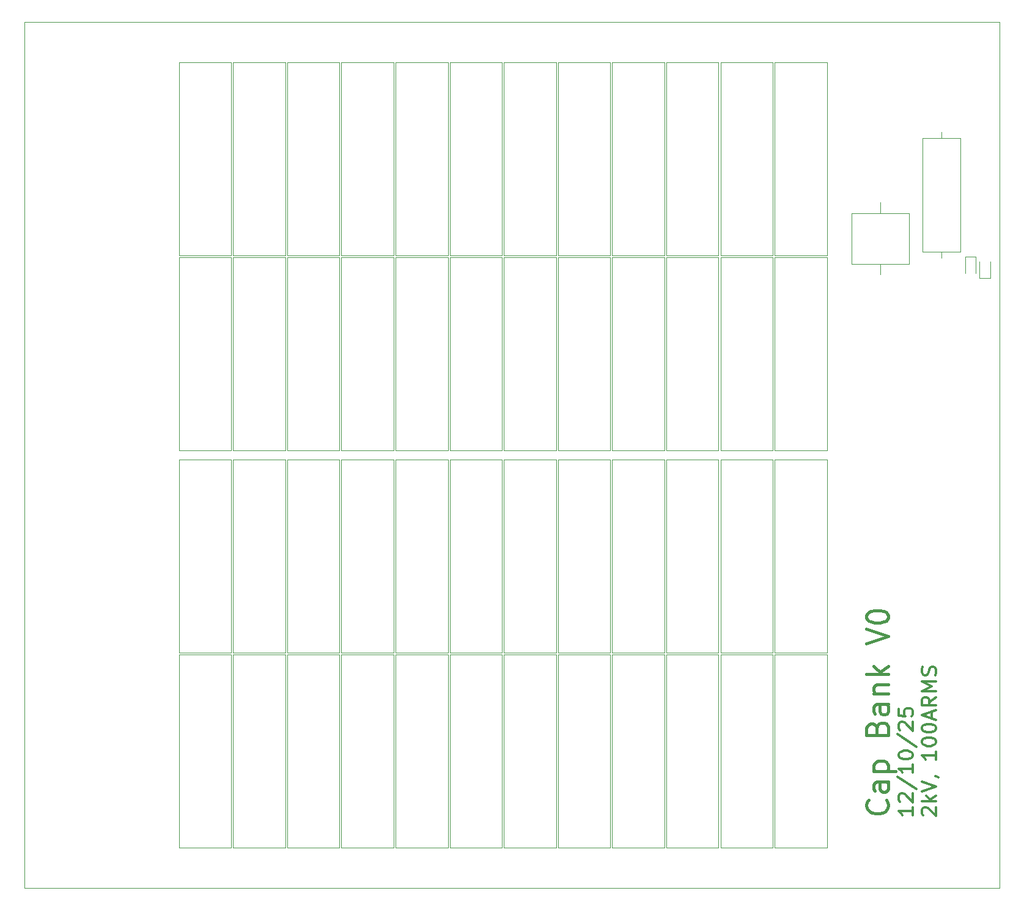
<source format=gto>
%TF.GenerationSoftware,KiCad,Pcbnew,9.0.0*%
%TF.CreationDate,2025-12-10T15:51:30-08:00*%
%TF.ProjectId,cap_bank,6361705f-6261-46e6-9b2e-6b696361645f,rev?*%
%TF.SameCoordinates,Original*%
%TF.FileFunction,Legend,Top*%
%TF.FilePolarity,Positive*%
%FSLAX46Y46*%
G04 Gerber Fmt 4.6, Leading zero omitted, Abs format (unit mm)*
G04 Created by KiCad (PCBNEW 9.0.0) date 2025-12-10 15:51:30*
%MOMM*%
%LPD*%
G01*
G04 APERTURE LIST*
%ADD10C,0.300000*%
%ADD11C,0.400000*%
%ADD12C,0.120000*%
%ADD13C,0.100000*%
%TA.AperFunction,Profile*%
%ADD14C,0.050000*%
%TD*%
G04 APERTURE END LIST*
D10*
X183019750Y-138778822D02*
X183019750Y-139921679D01*
X183019750Y-139350251D02*
X181019750Y-139350251D01*
X181019750Y-139350251D02*
X181305464Y-139540727D01*
X181305464Y-139540727D02*
X181495940Y-139731203D01*
X181495940Y-139731203D02*
X181591178Y-139921679D01*
X181210226Y-138016917D02*
X181114988Y-137921679D01*
X181114988Y-137921679D02*
X181019750Y-137731203D01*
X181019750Y-137731203D02*
X181019750Y-137255012D01*
X181019750Y-137255012D02*
X181114988Y-137064536D01*
X181114988Y-137064536D02*
X181210226Y-136969298D01*
X181210226Y-136969298D02*
X181400702Y-136874060D01*
X181400702Y-136874060D02*
X181591178Y-136874060D01*
X181591178Y-136874060D02*
X181876892Y-136969298D01*
X181876892Y-136969298D02*
X183019750Y-138112155D01*
X183019750Y-138112155D02*
X183019750Y-136874060D01*
X180924512Y-134588346D02*
X183495940Y-136302631D01*
X183019750Y-132874060D02*
X183019750Y-134016917D01*
X183019750Y-133445489D02*
X181019750Y-133445489D01*
X181019750Y-133445489D02*
X181305464Y-133635965D01*
X181305464Y-133635965D02*
X181495940Y-133826441D01*
X181495940Y-133826441D02*
X181591178Y-134016917D01*
X181019750Y-131635965D02*
X181019750Y-131445488D01*
X181019750Y-131445488D02*
X181114988Y-131255012D01*
X181114988Y-131255012D02*
X181210226Y-131159774D01*
X181210226Y-131159774D02*
X181400702Y-131064536D01*
X181400702Y-131064536D02*
X181781654Y-130969298D01*
X181781654Y-130969298D02*
X182257845Y-130969298D01*
X182257845Y-130969298D02*
X182638797Y-131064536D01*
X182638797Y-131064536D02*
X182829273Y-131159774D01*
X182829273Y-131159774D02*
X182924512Y-131255012D01*
X182924512Y-131255012D02*
X183019750Y-131445488D01*
X183019750Y-131445488D02*
X183019750Y-131635965D01*
X183019750Y-131635965D02*
X182924512Y-131826441D01*
X182924512Y-131826441D02*
X182829273Y-131921679D01*
X182829273Y-131921679D02*
X182638797Y-132016917D01*
X182638797Y-132016917D02*
X182257845Y-132112155D01*
X182257845Y-132112155D02*
X181781654Y-132112155D01*
X181781654Y-132112155D02*
X181400702Y-132016917D01*
X181400702Y-132016917D02*
X181210226Y-131921679D01*
X181210226Y-131921679D02*
X181114988Y-131826441D01*
X181114988Y-131826441D02*
X181019750Y-131635965D01*
X180924512Y-128683584D02*
X183495940Y-130397869D01*
X181210226Y-128112155D02*
X181114988Y-128016917D01*
X181114988Y-128016917D02*
X181019750Y-127826441D01*
X181019750Y-127826441D02*
X181019750Y-127350250D01*
X181019750Y-127350250D02*
X181114988Y-127159774D01*
X181114988Y-127159774D02*
X181210226Y-127064536D01*
X181210226Y-127064536D02*
X181400702Y-126969298D01*
X181400702Y-126969298D02*
X181591178Y-126969298D01*
X181591178Y-126969298D02*
X181876892Y-127064536D01*
X181876892Y-127064536D02*
X183019750Y-128207393D01*
X183019750Y-128207393D02*
X183019750Y-126969298D01*
X181019750Y-125159774D02*
X181019750Y-126112155D01*
X181019750Y-126112155D02*
X181972131Y-126207393D01*
X181972131Y-126207393D02*
X181876892Y-126112155D01*
X181876892Y-126112155D02*
X181781654Y-125921679D01*
X181781654Y-125921679D02*
X181781654Y-125445488D01*
X181781654Y-125445488D02*
X181876892Y-125255012D01*
X181876892Y-125255012D02*
X181972131Y-125159774D01*
X181972131Y-125159774D02*
X182162607Y-125064536D01*
X182162607Y-125064536D02*
X182638797Y-125064536D01*
X182638797Y-125064536D02*
X182829273Y-125159774D01*
X182829273Y-125159774D02*
X182924512Y-125255012D01*
X182924512Y-125255012D02*
X183019750Y-125445488D01*
X183019750Y-125445488D02*
X183019750Y-125921679D01*
X183019750Y-125921679D02*
X182924512Y-126112155D01*
X182924512Y-126112155D02*
X182829273Y-126207393D01*
X184430114Y-139921679D02*
X184334876Y-139826441D01*
X184334876Y-139826441D02*
X184239638Y-139635965D01*
X184239638Y-139635965D02*
X184239638Y-139159774D01*
X184239638Y-139159774D02*
X184334876Y-138969298D01*
X184334876Y-138969298D02*
X184430114Y-138874060D01*
X184430114Y-138874060D02*
X184620590Y-138778822D01*
X184620590Y-138778822D02*
X184811066Y-138778822D01*
X184811066Y-138778822D02*
X185096780Y-138874060D01*
X185096780Y-138874060D02*
X186239638Y-140016917D01*
X186239638Y-140016917D02*
X186239638Y-138778822D01*
X186239638Y-137921679D02*
X184239638Y-137921679D01*
X185477733Y-137731203D02*
X186239638Y-137159774D01*
X184906304Y-137159774D02*
X185668209Y-137921679D01*
X184239638Y-136588345D02*
X186239638Y-135921679D01*
X186239638Y-135921679D02*
X184239638Y-135255012D01*
X186144400Y-134493107D02*
X186239638Y-134493107D01*
X186239638Y-134493107D02*
X186430114Y-134588345D01*
X186430114Y-134588345D02*
X186525352Y-134683583D01*
X186239638Y-131064535D02*
X186239638Y-132207392D01*
X186239638Y-131635964D02*
X184239638Y-131635964D01*
X184239638Y-131635964D02*
X184525352Y-131826440D01*
X184525352Y-131826440D02*
X184715828Y-132016916D01*
X184715828Y-132016916D02*
X184811066Y-132207392D01*
X184239638Y-129826440D02*
X184239638Y-129635963D01*
X184239638Y-129635963D02*
X184334876Y-129445487D01*
X184334876Y-129445487D02*
X184430114Y-129350249D01*
X184430114Y-129350249D02*
X184620590Y-129255011D01*
X184620590Y-129255011D02*
X185001542Y-129159773D01*
X185001542Y-129159773D02*
X185477733Y-129159773D01*
X185477733Y-129159773D02*
X185858685Y-129255011D01*
X185858685Y-129255011D02*
X186049161Y-129350249D01*
X186049161Y-129350249D02*
X186144400Y-129445487D01*
X186144400Y-129445487D02*
X186239638Y-129635963D01*
X186239638Y-129635963D02*
X186239638Y-129826440D01*
X186239638Y-129826440D02*
X186144400Y-130016916D01*
X186144400Y-130016916D02*
X186049161Y-130112154D01*
X186049161Y-130112154D02*
X185858685Y-130207392D01*
X185858685Y-130207392D02*
X185477733Y-130302630D01*
X185477733Y-130302630D02*
X185001542Y-130302630D01*
X185001542Y-130302630D02*
X184620590Y-130207392D01*
X184620590Y-130207392D02*
X184430114Y-130112154D01*
X184430114Y-130112154D02*
X184334876Y-130016916D01*
X184334876Y-130016916D02*
X184239638Y-129826440D01*
X184239638Y-127921678D02*
X184239638Y-127731201D01*
X184239638Y-127731201D02*
X184334876Y-127540725D01*
X184334876Y-127540725D02*
X184430114Y-127445487D01*
X184430114Y-127445487D02*
X184620590Y-127350249D01*
X184620590Y-127350249D02*
X185001542Y-127255011D01*
X185001542Y-127255011D02*
X185477733Y-127255011D01*
X185477733Y-127255011D02*
X185858685Y-127350249D01*
X185858685Y-127350249D02*
X186049161Y-127445487D01*
X186049161Y-127445487D02*
X186144400Y-127540725D01*
X186144400Y-127540725D02*
X186239638Y-127731201D01*
X186239638Y-127731201D02*
X186239638Y-127921678D01*
X186239638Y-127921678D02*
X186144400Y-128112154D01*
X186144400Y-128112154D02*
X186049161Y-128207392D01*
X186049161Y-128207392D02*
X185858685Y-128302630D01*
X185858685Y-128302630D02*
X185477733Y-128397868D01*
X185477733Y-128397868D02*
X185001542Y-128397868D01*
X185001542Y-128397868D02*
X184620590Y-128302630D01*
X184620590Y-128302630D02*
X184430114Y-128207392D01*
X184430114Y-128207392D02*
X184334876Y-128112154D01*
X184334876Y-128112154D02*
X184239638Y-127921678D01*
X185668209Y-126493106D02*
X185668209Y-125540725D01*
X186239638Y-126683582D02*
X184239638Y-126016916D01*
X184239638Y-126016916D02*
X186239638Y-125350249D01*
X186239638Y-123540725D02*
X185287257Y-124207392D01*
X186239638Y-124683582D02*
X184239638Y-124683582D01*
X184239638Y-124683582D02*
X184239638Y-123921677D01*
X184239638Y-123921677D02*
X184334876Y-123731201D01*
X184334876Y-123731201D02*
X184430114Y-123635963D01*
X184430114Y-123635963D02*
X184620590Y-123540725D01*
X184620590Y-123540725D02*
X184906304Y-123540725D01*
X184906304Y-123540725D02*
X185096780Y-123635963D01*
X185096780Y-123635963D02*
X185192019Y-123731201D01*
X185192019Y-123731201D02*
X185287257Y-123921677D01*
X185287257Y-123921677D02*
X185287257Y-124683582D01*
X186239638Y-122683582D02*
X184239638Y-122683582D01*
X184239638Y-122683582D02*
X185668209Y-122016915D01*
X185668209Y-122016915D02*
X184239638Y-121350249D01*
X184239638Y-121350249D02*
X186239638Y-121350249D01*
X186144400Y-120493106D02*
X186239638Y-120207392D01*
X186239638Y-120207392D02*
X186239638Y-119731201D01*
X186239638Y-119731201D02*
X186144400Y-119540725D01*
X186144400Y-119540725D02*
X186049161Y-119445487D01*
X186049161Y-119445487D02*
X185858685Y-119350249D01*
X185858685Y-119350249D02*
X185668209Y-119350249D01*
X185668209Y-119350249D02*
X185477733Y-119445487D01*
X185477733Y-119445487D02*
X185382495Y-119540725D01*
X185382495Y-119540725D02*
X185287257Y-119731201D01*
X185287257Y-119731201D02*
X185192019Y-120112154D01*
X185192019Y-120112154D02*
X185096780Y-120302630D01*
X185096780Y-120302630D02*
X185001542Y-120397868D01*
X185001542Y-120397868D02*
X184811066Y-120493106D01*
X184811066Y-120493106D02*
X184620590Y-120493106D01*
X184620590Y-120493106D02*
X184430114Y-120397868D01*
X184430114Y-120397868D02*
X184334876Y-120302630D01*
X184334876Y-120302630D02*
X184239638Y-120112154D01*
X184239638Y-120112154D02*
X184239638Y-119635963D01*
X184239638Y-119635963D02*
X184334876Y-119350249D01*
D11*
X179326342Y-137808271D02*
X179469200Y-137951128D01*
X179469200Y-137951128D02*
X179612057Y-138379700D01*
X179612057Y-138379700D02*
X179612057Y-138665414D01*
X179612057Y-138665414D02*
X179469200Y-139093985D01*
X179469200Y-139093985D02*
X179183485Y-139379700D01*
X179183485Y-139379700D02*
X178897771Y-139522557D01*
X178897771Y-139522557D02*
X178326342Y-139665414D01*
X178326342Y-139665414D02*
X177897771Y-139665414D01*
X177897771Y-139665414D02*
X177326342Y-139522557D01*
X177326342Y-139522557D02*
X177040628Y-139379700D01*
X177040628Y-139379700D02*
X176754914Y-139093985D01*
X176754914Y-139093985D02*
X176612057Y-138665414D01*
X176612057Y-138665414D02*
X176612057Y-138379700D01*
X176612057Y-138379700D02*
X176754914Y-137951128D01*
X176754914Y-137951128D02*
X176897771Y-137808271D01*
X179612057Y-135236843D02*
X178040628Y-135236843D01*
X178040628Y-135236843D02*
X177754914Y-135379700D01*
X177754914Y-135379700D02*
X177612057Y-135665414D01*
X177612057Y-135665414D02*
X177612057Y-136236843D01*
X177612057Y-136236843D02*
X177754914Y-136522557D01*
X179469200Y-135236843D02*
X179612057Y-135522557D01*
X179612057Y-135522557D02*
X179612057Y-136236843D01*
X179612057Y-136236843D02*
X179469200Y-136522557D01*
X179469200Y-136522557D02*
X179183485Y-136665414D01*
X179183485Y-136665414D02*
X178897771Y-136665414D01*
X178897771Y-136665414D02*
X178612057Y-136522557D01*
X178612057Y-136522557D02*
X178469200Y-136236843D01*
X178469200Y-136236843D02*
X178469200Y-135522557D01*
X178469200Y-135522557D02*
X178326342Y-135236843D01*
X177612057Y-133808271D02*
X180612057Y-133808271D01*
X177754914Y-133808271D02*
X177612057Y-133522557D01*
X177612057Y-133522557D02*
X177612057Y-132951128D01*
X177612057Y-132951128D02*
X177754914Y-132665414D01*
X177754914Y-132665414D02*
X177897771Y-132522557D01*
X177897771Y-132522557D02*
X178183485Y-132379699D01*
X178183485Y-132379699D02*
X179040628Y-132379699D01*
X179040628Y-132379699D02*
X179326342Y-132522557D01*
X179326342Y-132522557D02*
X179469200Y-132665414D01*
X179469200Y-132665414D02*
X179612057Y-132951128D01*
X179612057Y-132951128D02*
X179612057Y-133522557D01*
X179612057Y-133522557D02*
X179469200Y-133808271D01*
X178040628Y-127808271D02*
X178183485Y-127379699D01*
X178183485Y-127379699D02*
X178326342Y-127236842D01*
X178326342Y-127236842D02*
X178612057Y-127093985D01*
X178612057Y-127093985D02*
X179040628Y-127093985D01*
X179040628Y-127093985D02*
X179326342Y-127236842D01*
X179326342Y-127236842D02*
X179469200Y-127379699D01*
X179469200Y-127379699D02*
X179612057Y-127665414D01*
X179612057Y-127665414D02*
X179612057Y-128808271D01*
X179612057Y-128808271D02*
X176612057Y-128808271D01*
X176612057Y-128808271D02*
X176612057Y-127808271D01*
X176612057Y-127808271D02*
X176754914Y-127522557D01*
X176754914Y-127522557D02*
X176897771Y-127379699D01*
X176897771Y-127379699D02*
X177183485Y-127236842D01*
X177183485Y-127236842D02*
X177469200Y-127236842D01*
X177469200Y-127236842D02*
X177754914Y-127379699D01*
X177754914Y-127379699D02*
X177897771Y-127522557D01*
X177897771Y-127522557D02*
X178040628Y-127808271D01*
X178040628Y-127808271D02*
X178040628Y-128808271D01*
X179612057Y-124522557D02*
X178040628Y-124522557D01*
X178040628Y-124522557D02*
X177754914Y-124665414D01*
X177754914Y-124665414D02*
X177612057Y-124951128D01*
X177612057Y-124951128D02*
X177612057Y-125522557D01*
X177612057Y-125522557D02*
X177754914Y-125808271D01*
X179469200Y-124522557D02*
X179612057Y-124808271D01*
X179612057Y-124808271D02*
X179612057Y-125522557D01*
X179612057Y-125522557D02*
X179469200Y-125808271D01*
X179469200Y-125808271D02*
X179183485Y-125951128D01*
X179183485Y-125951128D02*
X178897771Y-125951128D01*
X178897771Y-125951128D02*
X178612057Y-125808271D01*
X178612057Y-125808271D02*
X178469200Y-125522557D01*
X178469200Y-125522557D02*
X178469200Y-124808271D01*
X178469200Y-124808271D02*
X178326342Y-124522557D01*
X177612057Y-123093985D02*
X179612057Y-123093985D01*
X177897771Y-123093985D02*
X177754914Y-122951128D01*
X177754914Y-122951128D02*
X177612057Y-122665413D01*
X177612057Y-122665413D02*
X177612057Y-122236842D01*
X177612057Y-122236842D02*
X177754914Y-121951128D01*
X177754914Y-121951128D02*
X178040628Y-121808271D01*
X178040628Y-121808271D02*
X179612057Y-121808271D01*
X179612057Y-120379699D02*
X176612057Y-120379699D01*
X178469200Y-120093985D02*
X179612057Y-119236842D01*
X177612057Y-119236842D02*
X178754914Y-120379699D01*
X176612057Y-116093985D02*
X179612057Y-115093985D01*
X179612057Y-115093985D02*
X176612057Y-114093985D01*
X176612057Y-112522556D02*
X176612057Y-112236842D01*
X176612057Y-112236842D02*
X176754914Y-111951128D01*
X176754914Y-111951128D02*
X176897771Y-111808271D01*
X176897771Y-111808271D02*
X177183485Y-111665413D01*
X177183485Y-111665413D02*
X177754914Y-111522556D01*
X177754914Y-111522556D02*
X178469200Y-111522556D01*
X178469200Y-111522556D02*
X179040628Y-111665413D01*
X179040628Y-111665413D02*
X179326342Y-111808271D01*
X179326342Y-111808271D02*
X179469200Y-111951128D01*
X179469200Y-111951128D02*
X179612057Y-112236842D01*
X179612057Y-112236842D02*
X179612057Y-112522556D01*
X179612057Y-112522556D02*
X179469200Y-112808271D01*
X179469200Y-112808271D02*
X179326342Y-112951128D01*
X179326342Y-112951128D02*
X179040628Y-113093985D01*
X179040628Y-113093985D02*
X178469200Y-113236842D01*
X178469200Y-113236842D02*
X177754914Y-113236842D01*
X177754914Y-113236842D02*
X177183485Y-113093985D01*
X177183485Y-113093985D02*
X176897771Y-112951128D01*
X176897771Y-112951128D02*
X176754914Y-112808271D01*
X176754914Y-112808271D02*
X176612057Y-112522556D01*
D12*
%TO.C,GD1*%
X174500000Y-63500000D02*
X182500000Y-63500000D01*
D13*
X178500000Y-63500000D02*
X178500000Y-65000000D01*
D12*
X182500000Y-63500000D02*
X182500000Y-56500000D01*
X174500000Y-56500000D02*
X174500000Y-63500000D01*
D13*
X178500000Y-56500000D02*
X178500000Y-55000000D01*
D12*
X182500000Y-56500000D02*
X174500000Y-56500000D01*
%TO.C,C48*%
X163880000Y-62370000D02*
X163880000Y-35630000D01*
X171120000Y-62370000D02*
X163880000Y-62370000D01*
X163880000Y-35630000D02*
X171120000Y-35630000D01*
X171120000Y-35630000D02*
X171120000Y-62370000D01*
%TO.C,C47*%
X156380000Y-62370000D02*
X156380000Y-35630000D01*
X163620000Y-62370000D02*
X156380000Y-62370000D01*
X156380000Y-35630000D02*
X163620000Y-35630000D01*
X163620000Y-35630000D02*
X163620000Y-62370000D01*
%TO.C,C46*%
X148880000Y-62370000D02*
X148880000Y-35630000D01*
X156120000Y-62370000D02*
X148880000Y-62370000D01*
X148880000Y-35630000D02*
X156120000Y-35630000D01*
X156120000Y-35630000D02*
X156120000Y-62370000D01*
%TO.C,C45*%
X141380000Y-62370000D02*
X141380000Y-35630000D01*
X148620000Y-62370000D02*
X141380000Y-62370000D01*
X141380000Y-35630000D02*
X148620000Y-35630000D01*
X148620000Y-35630000D02*
X148620000Y-62370000D01*
%TO.C,C44*%
X133880000Y-62370000D02*
X133880000Y-35630000D01*
X141120000Y-62370000D02*
X133880000Y-62370000D01*
X133880000Y-35630000D02*
X141120000Y-35630000D01*
X141120000Y-35630000D02*
X141120000Y-62370000D01*
%TO.C,C43*%
X126380000Y-62370000D02*
X126380000Y-35630000D01*
X133620000Y-62370000D02*
X126380000Y-62370000D01*
X126380000Y-35630000D02*
X133620000Y-35630000D01*
X133620000Y-35630000D02*
X133620000Y-62370000D01*
%TO.C,C42*%
X118880000Y-62370000D02*
X118880000Y-35630000D01*
X126120000Y-62370000D02*
X118880000Y-62370000D01*
X118880000Y-35630000D02*
X126120000Y-35630000D01*
X126120000Y-35630000D02*
X126120000Y-62370000D01*
%TO.C,C41*%
X111380000Y-62370000D02*
X111380000Y-35630000D01*
X118620000Y-62370000D02*
X111380000Y-62370000D01*
X111380000Y-35630000D02*
X118620000Y-35630000D01*
X118620000Y-35630000D02*
X118620000Y-62370000D01*
%TO.C,C40*%
X103880000Y-62370000D02*
X103880000Y-35630000D01*
X111120000Y-62370000D02*
X103880000Y-62370000D01*
X103880000Y-35630000D02*
X111120000Y-35630000D01*
X111120000Y-35630000D02*
X111120000Y-62370000D01*
%TO.C,C39*%
X96380000Y-62370000D02*
X96380000Y-35630000D01*
X103620000Y-62370000D02*
X96380000Y-62370000D01*
X96380000Y-35630000D02*
X103620000Y-35630000D01*
X103620000Y-35630000D02*
X103620000Y-62370000D01*
%TO.C,C38*%
X88880000Y-62370000D02*
X88880000Y-35630000D01*
X96120000Y-62370000D02*
X88880000Y-62370000D01*
X88880000Y-35630000D02*
X96120000Y-35630000D01*
X96120000Y-35630000D02*
X96120000Y-62370000D01*
%TO.C,C37*%
X81380000Y-62370000D02*
X81380000Y-35630000D01*
X88620000Y-62370000D02*
X81380000Y-62370000D01*
X81380000Y-35630000D02*
X88620000Y-35630000D01*
X88620000Y-35630000D02*
X88620000Y-62370000D01*
%TO.C,C36*%
X163880000Y-89370000D02*
X163880000Y-62630000D01*
X171120000Y-89370000D02*
X163880000Y-89370000D01*
X163880000Y-62630000D02*
X171120000Y-62630000D01*
X171120000Y-62630000D02*
X171120000Y-89370000D01*
%TO.C,C35*%
X156380000Y-89370000D02*
X156380000Y-62630000D01*
X163620000Y-89370000D02*
X156380000Y-89370000D01*
X156380000Y-62630000D02*
X163620000Y-62630000D01*
X163620000Y-62630000D02*
X163620000Y-89370000D01*
%TO.C,C34*%
X148880000Y-89370000D02*
X148880000Y-62630000D01*
X156120000Y-89370000D02*
X148880000Y-89370000D01*
X148880000Y-62630000D02*
X156120000Y-62630000D01*
X156120000Y-62630000D02*
X156120000Y-89370000D01*
%TO.C,C33*%
X141380000Y-89370000D02*
X141380000Y-62630000D01*
X148620000Y-89370000D02*
X141380000Y-89370000D01*
X141380000Y-62630000D02*
X148620000Y-62630000D01*
X148620000Y-62630000D02*
X148620000Y-89370000D01*
%TO.C,C32*%
X133880000Y-89370000D02*
X133880000Y-62630000D01*
X141120000Y-89370000D02*
X133880000Y-89370000D01*
X133880000Y-62630000D02*
X141120000Y-62630000D01*
X141120000Y-62630000D02*
X141120000Y-89370000D01*
%TO.C,C31*%
X126380000Y-89370000D02*
X126380000Y-62630000D01*
X133620000Y-89370000D02*
X126380000Y-89370000D01*
X126380000Y-62630000D02*
X133620000Y-62630000D01*
X133620000Y-62630000D02*
X133620000Y-89370000D01*
%TO.C,C30*%
X118880000Y-89370000D02*
X118880000Y-62630000D01*
X126120000Y-89370000D02*
X118880000Y-89370000D01*
X118880000Y-62630000D02*
X126120000Y-62630000D01*
X126120000Y-62630000D02*
X126120000Y-89370000D01*
%TO.C,C29*%
X111380000Y-89370000D02*
X111380000Y-62630000D01*
X118620000Y-89370000D02*
X111380000Y-89370000D01*
X111380000Y-62630000D02*
X118620000Y-62630000D01*
X118620000Y-62630000D02*
X118620000Y-89370000D01*
%TO.C,C28*%
X103880000Y-89370000D02*
X103880000Y-62630000D01*
X111120000Y-89370000D02*
X103880000Y-89370000D01*
X103880000Y-62630000D02*
X111120000Y-62630000D01*
X111120000Y-62630000D02*
X111120000Y-89370000D01*
%TO.C,C27*%
X96380000Y-89370000D02*
X96380000Y-62630000D01*
X103620000Y-89370000D02*
X96380000Y-89370000D01*
X96380000Y-62630000D02*
X103620000Y-62630000D01*
X103620000Y-62630000D02*
X103620000Y-89370000D01*
%TO.C,C26*%
X88880000Y-89370000D02*
X88880000Y-62630000D01*
X96120000Y-89370000D02*
X88880000Y-89370000D01*
X88880000Y-62630000D02*
X96120000Y-62630000D01*
X96120000Y-62630000D02*
X96120000Y-89370000D01*
%TO.C,C25*%
X81380000Y-89370000D02*
X81380000Y-62630000D01*
X88620000Y-89370000D02*
X81380000Y-89370000D01*
X81380000Y-62630000D02*
X88620000Y-62630000D01*
X88620000Y-62630000D02*
X88620000Y-89370000D01*
%TO.C,C24*%
X163880000Y-117370000D02*
X163880000Y-90630000D01*
X171120000Y-117370000D02*
X163880000Y-117370000D01*
X163880000Y-90630000D02*
X171120000Y-90630000D01*
X171120000Y-90630000D02*
X171120000Y-117370000D01*
%TO.C,C23*%
X156380000Y-117370000D02*
X156380000Y-90630000D01*
X163620000Y-117370000D02*
X156380000Y-117370000D01*
X156380000Y-90630000D02*
X163620000Y-90630000D01*
X163620000Y-90630000D02*
X163620000Y-117370000D01*
%TO.C,C22*%
X148880000Y-117370000D02*
X148880000Y-90630000D01*
X156120000Y-117370000D02*
X148880000Y-117370000D01*
X148880000Y-90630000D02*
X156120000Y-90630000D01*
X156120000Y-90630000D02*
X156120000Y-117370000D01*
%TO.C,C21*%
X141380000Y-117370000D02*
X141380000Y-90630000D01*
X148620000Y-117370000D02*
X141380000Y-117370000D01*
X141380000Y-90630000D02*
X148620000Y-90630000D01*
X148620000Y-90630000D02*
X148620000Y-117370000D01*
%TO.C,C20*%
X133880000Y-117370000D02*
X133880000Y-90630000D01*
X141120000Y-117370000D02*
X133880000Y-117370000D01*
X133880000Y-90630000D02*
X141120000Y-90630000D01*
X141120000Y-90630000D02*
X141120000Y-117370000D01*
%TO.C,C19*%
X133620000Y-90630000D02*
X133620000Y-117370000D01*
X126380000Y-90630000D02*
X133620000Y-90630000D01*
X133620000Y-117370000D02*
X126380000Y-117370000D01*
X126380000Y-117370000D02*
X126380000Y-90630000D01*
%TO.C,C18*%
X118880000Y-117370000D02*
X118880000Y-90630000D01*
X126120000Y-117370000D02*
X118880000Y-117370000D01*
X118880000Y-90630000D02*
X126120000Y-90630000D01*
X126120000Y-90630000D02*
X126120000Y-117370000D01*
%TO.C,C17*%
X111380000Y-117370000D02*
X111380000Y-90630000D01*
X118620000Y-117370000D02*
X111380000Y-117370000D01*
X111380000Y-90630000D02*
X118620000Y-90630000D01*
X118620000Y-90630000D02*
X118620000Y-117370000D01*
%TO.C,C16*%
X103880000Y-117370000D02*
X103880000Y-90630000D01*
X111120000Y-117370000D02*
X103880000Y-117370000D01*
X103880000Y-90630000D02*
X111120000Y-90630000D01*
X111120000Y-90630000D02*
X111120000Y-117370000D01*
%TO.C,C15*%
X96380000Y-117370000D02*
X96380000Y-90630000D01*
X103620000Y-117370000D02*
X96380000Y-117370000D01*
X96380000Y-90630000D02*
X103620000Y-90630000D01*
X103620000Y-90630000D02*
X103620000Y-117370000D01*
%TO.C,C14*%
X88880000Y-117370000D02*
X88880000Y-90630000D01*
X96120000Y-117370000D02*
X88880000Y-117370000D01*
X88880000Y-90630000D02*
X96120000Y-90630000D01*
X96120000Y-90630000D02*
X96120000Y-117370000D01*
%TO.C,C13*%
X81380000Y-117370000D02*
X81380000Y-90630000D01*
X88620000Y-117370000D02*
X81380000Y-117370000D01*
X81380000Y-90630000D02*
X88620000Y-90630000D01*
X88620000Y-90630000D02*
X88620000Y-117370000D01*
%TO.C,C12*%
X163880000Y-144370000D02*
X163880000Y-117630000D01*
X171120000Y-144370000D02*
X163880000Y-144370000D01*
X163880000Y-117630000D02*
X171120000Y-117630000D01*
X171120000Y-117630000D02*
X171120000Y-144370000D01*
%TO.C,C11*%
X156380000Y-144370000D02*
X156380000Y-117630000D01*
X163620000Y-144370000D02*
X156380000Y-144370000D01*
X156380000Y-117630000D02*
X163620000Y-117630000D01*
X163620000Y-117630000D02*
X163620000Y-144370000D01*
%TO.C,C10*%
X148880000Y-144370000D02*
X148880000Y-117630000D01*
X156120000Y-144370000D02*
X148880000Y-144370000D01*
X148880000Y-117630000D02*
X156120000Y-117630000D01*
X156120000Y-117630000D02*
X156120000Y-144370000D01*
%TO.C,C9*%
X141380000Y-144370000D02*
X141380000Y-117630000D01*
X148620000Y-144370000D02*
X141380000Y-144370000D01*
X141380000Y-117630000D02*
X148620000Y-117630000D01*
X148620000Y-117630000D02*
X148620000Y-144370000D01*
%TO.C,C8*%
X133880000Y-144370000D02*
X133880000Y-117630000D01*
X141120000Y-144370000D02*
X133880000Y-144370000D01*
X133880000Y-117630000D02*
X141120000Y-117630000D01*
X141120000Y-117630000D02*
X141120000Y-144370000D01*
%TO.C,C7*%
X126380000Y-144370000D02*
X126380000Y-117630000D01*
X133620000Y-144370000D02*
X126380000Y-144370000D01*
X126380000Y-117630000D02*
X133620000Y-117630000D01*
X133620000Y-117630000D02*
X133620000Y-144370000D01*
%TO.C,C6*%
X118880000Y-144370000D02*
X118880000Y-117630000D01*
X126120000Y-144370000D02*
X118880000Y-144370000D01*
X118880000Y-117630000D02*
X126120000Y-117630000D01*
X126120000Y-117630000D02*
X126120000Y-144370000D01*
%TO.C,C5*%
X111380000Y-144370000D02*
X111380000Y-117630000D01*
X118620000Y-144370000D02*
X111380000Y-144370000D01*
X111380000Y-117630000D02*
X118620000Y-117630000D01*
X118620000Y-117630000D02*
X118620000Y-144370000D01*
%TO.C,C4*%
X103880000Y-144370000D02*
X103880000Y-117630000D01*
X111120000Y-144370000D02*
X103880000Y-144370000D01*
X103880000Y-117630000D02*
X111120000Y-117630000D01*
X111120000Y-117630000D02*
X111120000Y-144370000D01*
%TO.C,C3*%
X96380000Y-144370000D02*
X96380000Y-117630000D01*
X103620000Y-144370000D02*
X96380000Y-144370000D01*
X96380000Y-117630000D02*
X103620000Y-117630000D01*
X103620000Y-117630000D02*
X103620000Y-144370000D01*
%TO.C,C2*%
X88880000Y-144370000D02*
X88880000Y-117630000D01*
X96120000Y-144370000D02*
X88880000Y-144370000D01*
X88880000Y-117630000D02*
X96120000Y-117630000D01*
X96120000Y-117630000D02*
X96120000Y-144370000D01*
%TO.C,C1*%
X81380000Y-144370000D02*
X81380000Y-117630000D01*
X88620000Y-144370000D02*
X81380000Y-144370000D01*
X81380000Y-117630000D02*
X88620000Y-117630000D01*
X88620000Y-117630000D02*
X88620000Y-144370000D01*
%TO.C,R1*%
X189620000Y-61870000D02*
X189620000Y-46130000D01*
X189620000Y-46130000D02*
X184380000Y-46130000D01*
X187000000Y-62720000D02*
X187000000Y-61870000D01*
X187000000Y-45280000D02*
X187000000Y-46130000D01*
X184380000Y-61870000D02*
X189620000Y-61870000D01*
X184380000Y-46130000D02*
X184380000Y-61870000D01*
%TO.C,D1*%
X191735000Y-64800000D02*
X191735000Y-62515000D01*
X191735000Y-62515000D02*
X190265000Y-62515000D01*
X190265000Y-62515000D02*
X190265000Y-64800000D01*
%TO.C,D2*%
X193735000Y-65485000D02*
X193735000Y-63200000D01*
X192265000Y-65485000D02*
X193735000Y-65485000D01*
X192265000Y-63200000D02*
X192265000Y-65485000D01*
%TD*%
D14*
X60000000Y-30000000D02*
X195000000Y-30000000D01*
X195000000Y-150000000D01*
X60000000Y-150000000D01*
X60000000Y-30000000D01*
M02*

</source>
